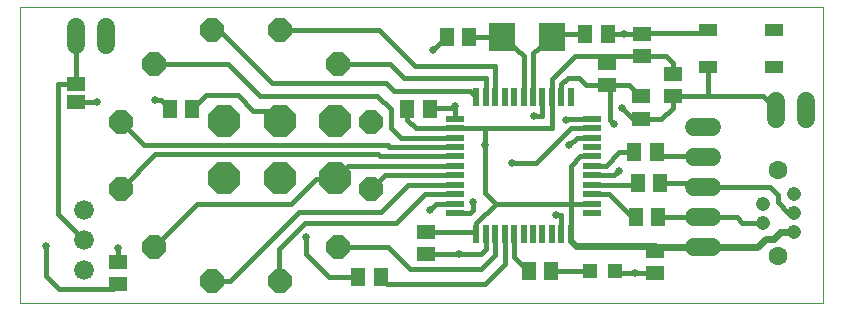
<source format=gtl>
G04 EAGLE Gerber RS-274X export*
G75*
%MOMM*%
%FSLAX34Y34*%
%LPD*%
%INTop copper*%
%IPPOS*%
%AMOC8*
5,1,8,0,0,1.08239X$1,22.5*%
G01*
%ADD10C,0.000000*%
%ADD11P,2.927973X8X292.500000*%
%ADD12P,2.144431X8X292.500000*%
%ADD13R,1.300000X1.500000*%
%ADD14R,1.500000X1.300000*%
%ADD15R,1.600000X1.000000*%
%ADD16R,2.200000X2.400000*%
%ADD17C,1.524000*%
%ADD18R,1.600200X1.168400*%
%ADD19R,1.500000X0.500000*%
%ADD20R,0.500000X1.500000*%
%ADD21R,1.200000X1.200000*%
%ADD22C,1.676400*%
%ADD23C,1.208000*%
%ADD24C,1.600000*%
%ADD25C,0.654800*%
%ADD26C,0.406400*%
%ADD27C,0.304800*%
%ADD28C,0.609600*%


D10*
X0Y0D02*
X680000Y0D01*
X680000Y250000D01*
X0Y250000D01*
X0Y0D01*
D11*
X219952Y153402D03*
D12*
X268974Y202424D03*
X297422Y153148D03*
X297422Y96252D03*
X268974Y46976D03*
X219698Y18528D03*
X162802Y18528D03*
X113526Y46976D03*
X85078Y96252D03*
X85078Y153148D03*
X113526Y202424D03*
X162802Y230872D03*
X219698Y230872D03*
D13*
X540238Y72275D03*
X521238Y72275D03*
X541825Y100850D03*
X522825Y100850D03*
D14*
X537950Y43800D03*
X537950Y24800D03*
X526175Y208712D03*
X526175Y227712D03*
X343412Y59945D03*
X343412Y40945D03*
D13*
X327838Y163788D03*
X346838Y163788D03*
X520125Y127400D03*
X539125Y127400D03*
X478638Y227761D03*
X497638Y227761D03*
X380087Y224586D03*
X361087Y224586D03*
D15*
X582675Y231225D03*
X638675Y231225D03*
X582675Y199225D03*
X638675Y199225D03*
D16*
X450324Y224586D03*
X408324Y224586D03*
D13*
X145720Y164289D03*
X126720Y164289D03*
D17*
X570765Y46700D02*
X586005Y46700D01*
X586005Y72100D02*
X570765Y72100D01*
X570765Y97500D02*
X586005Y97500D01*
X586005Y122900D02*
X570765Y122900D01*
X570765Y148300D02*
X586005Y148300D01*
D18*
X46955Y184905D03*
X46955Y169665D03*
D13*
X286350Y21313D03*
X305350Y21313D03*
D17*
X46990Y217805D02*
X46990Y233045D01*
X72390Y233045D02*
X72390Y217805D01*
D14*
X83185Y15583D03*
X83185Y34583D03*
X525463Y155600D03*
X525463Y174600D03*
X496888Y184175D03*
X496888Y203175D03*
X552450Y174650D03*
X552450Y193650D03*
D19*
X484276Y75761D03*
X484276Y83761D03*
X484276Y91761D03*
X484276Y99761D03*
X484276Y107761D03*
X484276Y115761D03*
X484276Y123761D03*
X484276Y131761D03*
X484276Y139761D03*
X484276Y147761D03*
X484276Y155761D03*
D20*
X466276Y173761D03*
X458276Y173761D03*
X450276Y173761D03*
X442276Y173761D03*
X434276Y173761D03*
X426276Y173761D03*
X418276Y173761D03*
X410276Y173761D03*
X402276Y173761D03*
X394276Y173761D03*
X386276Y173761D03*
D19*
X368276Y155761D03*
X368276Y147761D03*
X368276Y139761D03*
X368276Y131761D03*
X368276Y123761D03*
X368276Y115761D03*
X368276Y107761D03*
X368276Y99761D03*
X368276Y91761D03*
X368276Y83761D03*
X368276Y75761D03*
D20*
X386276Y57761D03*
X394276Y57761D03*
X402276Y57761D03*
X410276Y57761D03*
X418276Y57761D03*
X426276Y57761D03*
X434276Y57761D03*
X442276Y57761D03*
X450276Y57761D03*
X458276Y57761D03*
X466276Y57761D03*
D13*
X449463Y26825D03*
X430463Y26825D03*
D21*
X503600Y26825D03*
X482600Y26825D03*
D22*
X53721Y52959D03*
X53721Y27559D03*
X53721Y78359D03*
D23*
X655025Y75575D03*
X655025Y91575D03*
X655025Y59575D03*
X629025Y67575D03*
X629025Y83575D03*
D24*
X642025Y112075D03*
X642025Y39075D03*
D17*
X665780Y155595D02*
X665780Y170835D01*
X640380Y170835D02*
X640380Y155595D01*
D11*
X267018Y153353D03*
X173038Y153353D03*
X173038Y105093D03*
X220028Y105093D03*
X267018Y105093D03*
D25*
X349454Y213600D03*
X511733Y227789D03*
X367975Y166450D03*
D26*
X367975Y165100D01*
X577060Y124225D02*
X578385Y122900D01*
X394300Y45050D02*
X390525Y41275D01*
D25*
X371475Y41275D03*
D26*
X390525Y41275D01*
X346838Y163788D02*
X346113Y165100D01*
X367975Y165100D01*
X394300Y57736D02*
X394300Y45050D01*
X394300Y57736D02*
X394276Y57761D01*
X484276Y107761D02*
X503239Y107761D01*
X506984Y111506D01*
D25*
X506984Y111506D03*
D26*
X458276Y74168D02*
X458276Y57761D01*
X458276Y74168D02*
X454152Y74168D01*
D25*
X454152Y74168D03*
D26*
X442276Y157734D02*
X442276Y173761D01*
X442276Y157734D02*
X434848Y157734D01*
D25*
X434848Y157734D03*
D26*
X368276Y155761D02*
X367975Y156061D01*
X367975Y165100D01*
X361087Y224586D02*
X360439Y224586D01*
X349454Y213600D01*
X526175Y227712D02*
X527008Y228545D01*
X583170Y228545D01*
X577060Y124225D02*
X542300Y124225D01*
X539125Y127400D01*
D25*
X520700Y25400D03*
D26*
X371475Y41275D02*
X343743Y41275D01*
X343412Y40945D01*
X497666Y227789D02*
X511733Y227789D01*
X497666Y227789D02*
X497638Y227761D01*
X511733Y227789D02*
X526098Y227789D01*
X526175Y227712D01*
X520700Y25400D02*
X537350Y25400D01*
X537950Y24800D01*
X520700Y25400D02*
X505025Y25400D01*
X503600Y26825D01*
X583170Y230730D02*
X582675Y231225D01*
X583170Y230730D02*
X583170Y228545D01*
X126720Y164289D02*
X126708Y164277D01*
X83185Y46038D02*
X83185Y34583D01*
D25*
X83185Y46038D03*
D26*
X64890Y169665D02*
X46955Y169665D01*
X64890Y169665D02*
X65088Y169863D01*
D25*
X65088Y169863D03*
D26*
X119558Y171450D02*
X126720Y164289D01*
X119558Y171450D02*
X114300Y171450D01*
D25*
X114300Y171450D03*
D26*
X540238Y72275D02*
X578210Y72275D01*
X578385Y72100D01*
X611525Y67575D02*
X629025Y67575D01*
X611525Y67575D02*
X607000Y72100D01*
X578385Y72100D01*
X498790Y91761D02*
X484276Y91761D01*
X518275Y72275D02*
X521238Y72275D01*
X518275Y72275D02*
X498790Y91761D01*
X484276Y99761D02*
X521736Y99761D01*
X522825Y100850D01*
X541825Y100850D02*
X575035Y100850D01*
X578385Y97500D01*
X635000Y97500D02*
X641350Y91150D01*
X635000Y97500D02*
X578385Y97500D01*
X641350Y91150D02*
X641350Y84800D01*
X654650Y75950D02*
X655025Y75575D01*
X654650Y75950D02*
X650200Y75950D01*
X641350Y84800D01*
X368265Y147750D02*
X334850Y147750D01*
X368265Y147750D02*
X368276Y147761D01*
X450276Y173761D02*
X450276Y189026D01*
X466090Y83761D02*
X484276Y83761D01*
X466090Y83761D02*
X408373Y83761D01*
X450276Y147828D02*
X450276Y173761D01*
X393700Y147761D02*
X368276Y147761D01*
X334850Y147750D02*
X327838Y154763D01*
X327838Y163788D01*
X498475Y208712D02*
X526175Y208712D01*
X498475Y208712D02*
X469962Y208712D01*
X450276Y189026D01*
X552450Y193650D02*
X552450Y203200D01*
X546938Y208712D02*
X526175Y208712D01*
X546938Y208712D02*
X552450Y203200D01*
X466276Y83575D02*
X466276Y57761D01*
X466276Y83575D02*
X466090Y83761D01*
D27*
X496888Y203175D02*
X498475Y204763D01*
X498475Y208712D01*
D28*
X643488Y59575D02*
X655025Y59575D01*
X638175Y54263D02*
X631825Y54263D01*
X638175Y54263D02*
X643488Y59575D01*
X470696Y47625D02*
X466911Y51411D01*
X470696Y47625D02*
X537845Y47625D01*
X537950Y46700D02*
X578385Y46700D01*
X624263Y46700D01*
X631825Y54263D01*
X537950Y46700D02*
X537950Y43800D01*
X537845Y43905D01*
X537845Y47625D01*
D25*
X393700Y133350D03*
D26*
X393700Y147761D01*
X402590Y83820D02*
X386276Y67506D01*
X402590Y83820D02*
X408313Y83820D01*
X408373Y83761D01*
X386276Y59690D02*
X386276Y57761D01*
X386276Y59690D02*
X386276Y67506D01*
X386021Y59945D02*
X343412Y59945D01*
X386021Y59945D02*
X386276Y59690D01*
X466276Y57761D02*
X466276Y52046D01*
X466911Y51411D01*
X450208Y147761D02*
X450276Y147828D01*
X450208Y147761D02*
X393700Y147761D01*
X393700Y92710D02*
X402590Y83820D01*
X393700Y92710D02*
X393700Y133350D01*
X474281Y123761D02*
X484276Y123761D01*
X466090Y115570D02*
X466090Y83761D01*
X466090Y115570D02*
X474281Y123761D01*
X484276Y115761D02*
X495786Y115761D01*
X507425Y127400D02*
X520125Y127400D01*
X507425Y127400D02*
X495786Y115761D01*
X434276Y173761D02*
X434276Y211037D01*
X450324Y224586D01*
X450999Y227761D01*
X478638Y227761D01*
X426300Y209110D02*
X408324Y224586D01*
X426300Y209110D02*
X426300Y173785D01*
X426276Y173761D01*
X408324Y224586D02*
X380087Y224586D01*
X210794Y162560D02*
X197485Y162560D01*
X184150Y175895D01*
X157326Y175895D02*
X145720Y164289D01*
X157326Y175895D02*
X184150Y175895D01*
X210794Y162560D02*
X219952Y153402D01*
X394276Y173761D02*
X394450Y173935D01*
X312789Y202424D02*
X268974Y202424D01*
X312789Y202424D02*
X325348Y189865D01*
X394450Y189865D02*
X394450Y173935D01*
X394450Y189865D02*
X325348Y189865D01*
X303553Y230872D02*
X219698Y230872D01*
X334320Y200105D02*
X402300Y200105D01*
X334320Y200105D02*
X303553Y230872D01*
X402300Y200105D02*
X402300Y173785D01*
X402276Y173761D01*
X213602Y185787D02*
X168517Y230872D01*
X162802Y230872D01*
X316540Y179150D02*
X380886Y179150D01*
X386276Y173761D01*
X309903Y185787D02*
X213602Y185787D01*
X309903Y185787D02*
X316540Y179150D01*
X176426Y202424D02*
X113526Y202424D01*
X176426Y202424D02*
X203510Y175340D01*
X314325Y163513D02*
X314325Y147638D01*
X322202Y139761D01*
X368276Y139761D01*
X302498Y175340D02*
X203510Y175340D01*
X302498Y175340D02*
X314325Y163513D01*
X312740Y131761D02*
X368276Y131761D01*
X312740Y131761D02*
X311150Y133350D01*
X104876Y133350D02*
X85078Y153148D01*
X104876Y133350D02*
X311150Y133350D01*
X304865Y123761D02*
X368276Y123761D01*
X304865Y123761D02*
X303213Y125413D01*
X114239Y125413D01*
X85078Y96252D01*
X113526Y46976D02*
X150053Y83503D01*
X229553Y83503D01*
X250825Y104775D01*
X266700Y104775D01*
X277686Y115761D02*
X368276Y115761D01*
X277686Y115761D02*
X267018Y105093D01*
X266700Y104775D01*
X236552Y77075D02*
X305550Y77075D01*
X178005Y18528D02*
X162802Y18528D01*
X178005Y18528D02*
X236552Y77075D01*
X328236Y99761D02*
X368276Y99761D01*
X328236Y99761D02*
X305550Y77075D01*
X219393Y45403D02*
X219393Y18834D01*
X219698Y18528D01*
X219393Y45403D02*
X241540Y67550D01*
X318250Y67550D01*
X342461Y91761D02*
X368276Y91761D01*
X342461Y91761D02*
X318250Y67550D01*
X390525Y28575D02*
X402300Y40350D01*
X330113Y28575D02*
X311712Y46976D01*
X268974Y46976D01*
X330113Y28575D02*
X390525Y28575D01*
X402300Y40350D02*
X402300Y57736D01*
X402276Y57761D01*
X368276Y107761D02*
X308931Y107761D01*
X297422Y96252D01*
X351731Y83761D02*
X368276Y83761D01*
X351731Y83761D02*
X346710Y78740D01*
D25*
X346710Y78740D03*
D26*
X410276Y57761D02*
X410276Y32451D01*
X393700Y15875D01*
X310788Y15875D01*
X305350Y21313D01*
D25*
X241985Y55215D03*
D26*
X46990Y225425D02*
X46955Y225390D01*
X46955Y184905D01*
X261818Y21313D02*
X286350Y21313D01*
X46955Y184905D02*
X31750Y184905D01*
X31750Y74930D02*
X53721Y52959D01*
X31750Y74930D02*
X31750Y184905D01*
X241985Y55215D02*
X241985Y41145D01*
X261818Y21313D01*
X83185Y15583D02*
X78715Y11113D01*
X33338Y11113D01*
X22225Y22225D01*
X22225Y47625D01*
D25*
X22225Y47625D03*
D26*
X458276Y173761D02*
X458276Y185226D01*
X463550Y190500D01*
X473075Y190500D01*
X479400Y184175D01*
X515888Y184175D02*
X525463Y174600D01*
D25*
X502920Y151130D03*
D26*
X499110Y154940D01*
X496888Y184175D02*
X479400Y184175D01*
X496888Y184175D02*
X515888Y184175D01*
X499110Y181953D02*
X499110Y154940D01*
X499110Y181953D02*
X496888Y184175D01*
X525463Y155600D02*
X542950Y155600D01*
X552450Y165100D01*
X552450Y174650D01*
X571525Y174650D01*
X582675Y175300D02*
X582675Y199225D01*
X571675Y174800D02*
X571525Y174650D01*
X582175Y174800D02*
X582675Y175300D01*
X628795Y174800D02*
X640380Y163215D01*
X628795Y174800D02*
X582175Y174800D01*
X571675Y174800D01*
X525463Y155600D02*
X518770Y155600D01*
X509270Y165100D01*
D25*
X509270Y165100D03*
X383540Y85090D03*
D26*
X383540Y78740D01*
X381000Y76200D01*
X368715Y76200D02*
X368276Y75761D01*
X368715Y76200D02*
X381000Y76200D01*
X418276Y57761D02*
X418276Y38925D01*
X430375Y26825D02*
X430463Y26825D01*
X430375Y26825D02*
X418276Y38925D01*
X449463Y26825D02*
X482600Y26825D01*
X484276Y139761D02*
X471231Y139761D01*
X464820Y133350D01*
D25*
X464820Y133350D03*
X416560Y118110D03*
D26*
X466531Y147761D02*
X484276Y147761D01*
X466531Y147761D02*
X436880Y118110D01*
X416560Y118110D01*
X463101Y155761D02*
X484276Y155761D01*
X463101Y155761D02*
X462280Y154940D01*
D25*
X462280Y154940D03*
M02*

</source>
